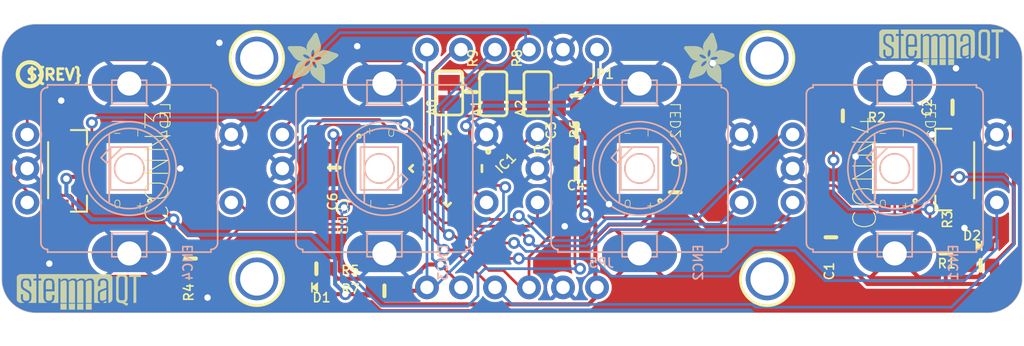
<source format=kicad_pcb>
(kicad_pcb (version 20221018) (generator pcbnew)
  (layers (0 "F.Cu" signal) (31 "B.Cu" signal) (34 "B.Paste" user) (35 "F.Paste" user) (36 "B.SilkS" user "B.Silkscreen") (37 "F.SilkS" user "F.Silkscreen") (38 "B.Mask" user) (39 "F.Mask" user) (44 "Edge.Cuts" user))
  (net 0 "")
  (net 1 "GND")
  (net 2 "NEO_IN")
  (net 3 "SDA")
  (net 4 "SCL")
  (net 5 "INT")
  (net 6 "VCC")
  (net 7 "N$1")
  (net 8 "N$2")
  (net 9 "N$3")
  (net 10 "N$4")
  (net 11 "UPDI")
  (net 12 "ROT3_A")
  (net 13 "ROT3_B")
  (net 14 "ROT2_A")
  (net 15 "ROT2_B")
  (net 16 "ROT2_SW")
  (net 17 "ROT1_A")
  (net 18 "ROT1_B")
  (net 19 "ROT1_SW")
  (net 20 "ROT0_A")
  (net 21 "ROT0_B")
  (net 22 "ROT0_SW")
  (net 23 "ADDR2")
  (net 24 "ADDR1")
  (net 25 "ADDR0")
  (net 26 "ROT3_SW")
  (net 27 "N$5")
  (net 28 "N$6")
  (net 29 "N$7")
  (net 30 "N$8")
  (footprint "working:PLABEL9" (layer "F.Cu") (at 157.3911 96.1136)
    (fp_text reference "PLABEL9" hide)
    (fp_text value "" hide)
  )
  (footprint "working:CHIPLED_0603_NOOUTLINE" (layer "F.Cu") (at 183.3626 110.7821 -90)
    (fp_text reference "D2")
    (fp_text value "GREEN")
  )
  (footprint "working:PLABEL10" (layer "F.Cu") (at 148.6281 97.1931 90)
    (fp_text reference "PLABEL10" hide)
    (fp_text value "" hide)
  )
  (footprint "working:JST_SH4_RA" (layer "F.Cu") (at 180.7591 105.1306 90)
    (fp_text reference "CONN4")
    (fp_text value "STEMMA_I2C_QTRA" hide)
  )
  (footprint "working:MOUNTINGHOLE_2.5_PLATED" (layer "F.Cu") (at 167.5511 96.7486)
    (fp_text reference "U$3" hide)
    (fp_text value "MOUNTINGHOLE2.5" hide)
  )
  (footprint "working:1X06_ROUND_70" (layer "F.Cu") (at 148.5011 96.1136 180)
    (fp_text reference "JP1")
    (fp_text value "")
  )
  (footprint "working:MOUNTINGHOLE_2.5_PLATED" (layer "F.Cu") (at 129.4511 113.2586)
    (fp_text reference "U$21" hide)
    (fp_text value "MOUNTINGHOLE2.5" hide)
  )
  (footprint "working:0603-NO" (layer "F.Cu") (at 172.3136 110.1471 -90)
    (fp_text reference "C1")
    (fp_text value "1uF")
  )
  (footprint "working:0603-NO" (layer "F.Cu") (at 138.9761 114.1476 180)
    (fp_text reference "R7")
    (fp_text value "10K")
  )
  (footprint "working:FIDUCIAL_1MM" (layer "F.Cu") (at 174.0281 95.8596)
    (fp_text reference "FID1" hide)
    (fp_text value "FIDUCIAL_1MM" hide)
  )
  (footprint "working:ADAFRUIT_3.5MM" (layer "F.Cu") (at 161.3281 98.6536)
    (fp_text reference "U$9" hide)
    (fp_text value "" hide)
  )
  (footprint "working:CHIPLED_0603_NOOUTLINE" (layer "F.Cu") (at 133.7691 113.8936 90)
    (fp_text reference "D1")
    (fp_text value "RED")
  )
  (footprint "working:PLABEL13" (layer "F.Cu") (at 152.1206 99.2886 90)
    (fp_text reference "PLABEL13" hide)
    (fp_text value "" hide)
  )
  (footprint "working:0603-NO" (layer "F.Cu") (at 153.3271 99.5426 -90)
    (fp_text reference "R6")
    (fp_text value "10K")
  )
  (footprint "working:0603-NO" (layer "F.Cu") (at 153.2636 105.3846 180)
    (fp_text reference "C4")
    (fp_text value "0.1uF")
  )
  (footprint "working:PLABEL7" (layer "F.Cu") (at 119.1006 100.6856)
    (fp_text reference "PLABEL7" hide)
    (fp_text value "" hide)
  )
  (footprint "working:FIDUCIAL_1MM" (layer "F.Cu") (at 111.9886 111.0361)
    (fp_text reference "FID2" hide)
    (fp_text value "FIDUCIAL_1MM" hide)
  )
  (footprint "working:PCBFEAT-REV-040" (layer "F.Cu") (at 112.4966 97.9551)
    (fp_text reference "U$25" hide)
    (fp_text value "" hide)
  )
  (footprint "working:0603-NO" (layer "F.Cu") (at 160.6931 106.7816 90)
    (fp_text reference "C7")
    (fp_text value "1uF")
  )
  (footprint "working:PLABEL6" (layer "F.Cu") (at 119.1006 95.6056)
    (fp_text reference "PLABEL6" hide)
    (fp_text value "" hide)
  )
  (footprint "working:JST_SH4_RA" (layer "F.Cu") (at 116.1161 105.1306 -90)
    (fp_text reference "CONN3")
    (fp_text value "STEMMA_I2C_QTRA" hide)
  )
  (footprint "working:PLABEL14" (layer "F.Cu") (at 148.1836 101.9556 90)
    (fp_text reference "PLABEL14" hide)
    (fp_text value "" hide)
  )
  (footprint "working:PLABEL11" (layer "F.Cu") (at 146.0881 97.1296 90)
    (fp_text reference "PLABEL11" hide)
    (fp_text value "" hide)
  )
  (footprint "working:0805-NO" (layer "F.Cu") (at 181.3941 100.4316 180)
    (fp_text reference "C2")
    (fp_text value "10uF")
  )
  (footprint "working:MOUNTINGHOLE_2.5_PLATED" (layer "F.Cu") (at 129.4511 96.7486)
    (fp_text reference "U$17" hide)
    (fp_text value "MOUNTINGHOLE2.5" hide)
  )
  (footprint "working:0603-NO" (layer "F.Cu") (at 145.4531 99.2886 90)
    (fp_text reference "R9")
    (fp_text value "10K")
  )
  (footprint "working:PLABEL15" (layer "F.Cu") (at 142.0241 100.3681 90)
    (fp_text reference "PLABEL15" hide)
    (fp_text value "" hide)
  )
  (footprint "working:0603-NO" (layer "F.Cu") (at 124.4981 111.7346 -90)
    (fp_text reference "R4")
    (fp_text value "10K")
  )
  (footprint "working:0603-NO" (layer "F.Cu") (at 180.8861 111.3536 90)
    (fp_text reference "R3")
    (fp_text value "10K")
  )
  (footprint "working:PLABEL16" (layer "F.Cu") (at 134.0231 114.9731)
    (fp_text reference "PLABEL16" hide)
    (fp_text value "" hide)
  )
  (footprint "working:MOUNTINGHOLE_2.5_PLATED" (layer "F.Cu") (at 167.5511 113.2586)
    (fp_text reference "U$19" hide)
    (fp_text value "MOUNTINGHOLE2.5" hide)
  )
  (footprint "working:0603-NO" (layer "F.Cu") (at 153.2636 103.7971 180)
    (fp_text reference "C5")
    (fp_text value "1uF")
  )
  (footprint "working:SOLDERJUMPER_CLOSEDWIRE" (layer "F.Cu") (at 147.1041 99.4156 90)
    (fp_text reference "A1")
    (fp_text value "")
  )
  (footprint "working:PLABEL8" (layer "F.Cu") (at 152.4381 97.4471)
    (fp_text reference "PLABEL8" hide)
    (fp_text value "" hide)
  )
  (footprint "working:PLABEL0" (layer "F.Cu") (at 154.5971 111.6076 90)
    (fp_text reference "PLABEL0" hide)
    (fp_text value "" hide)
  )
  (footprint "working:0805-NO" (layer "F.Cu") (at 153.3271 102.1461 180)
    (fp_text reference "C3")
    (fp_text value "10uF")
  )
  (footprint "working:SOLDERJUMPER_CLOSEDWIRE" (layer "F.Cu") (at 143.8021 99.3521 90)
    (fp_text reference "A0")
    (fp_text value "")
  )
  (footprint "working:PLABEL5" (layer "F.Cu") (at 182.5371 114.0206)
    (fp_text reference "PLABEL5" hide)
    (fp_text value "" hide)
  )
  (footprint "working:0603-NO" (layer "F.Cu") (at 148.7551 99.2886 90)
    (fp_text reference "R8")
    (fp_text value "10K")
  )
  (footprint "working:ADAFRUIT_3.5MM" (layer "F.Cu") (at 131.7371 98.6536)
    (fp_text reference "U$2" hide)
    (fp_text value "" hide)
  )
  (footprint "working:SOLDERJUMPER_CLOSEDWIRE" (layer "F.Cu") (at 150.4061 99.4156 90)
    (fp_text reference "A2")
    (fp_text value "")
  )
  (footprint "working:QFN24_4MM" (layer "F.Cu") (at 143.6751 105.0036 -135)
    (fp_text reference "IC1")
    (fp_text value "ATTINY8X7-MU")
  )
  (footprint "working:PLABEL1" (layer "F.Cu") (at 152.3746 112.3696)
    (fp_text reference "PLABEL1" hide)
    (fp_text value "" hide)
  )
  (footprint "working:STEMMAQT" (layer "F.Cu") (at 111.5441 115.5446)
    (fp_text reference "U$30" hide)
    (fp_text value "" hide)
  )
  (footprint "working:PLABEL4" (layer "F.Cu") (at 144.8181 112.3061)
    (fp_text reference "PLABEL4" hide)
    (fp_text value "" hide)
  )
  (footprint "working:0603-NO" (layer "F.Cu") (at 135.2296 104.9401 -90)
    (fp_text reference "C6")
    (fp_text value "1uF")
  )
  (footprint "working:0603-NO" (layer "F.Cu") (at 183.4896 112.2426 180)
    (fp_text reference "R1")
    (fp_text value "10K")
  )
  (footprint "working:STEMMAQT" (layer "F.Cu") (at 175.9331 97.2566)
    (fp_text reference "U$31" hide)
    (fp_text value "" hide)
  )
  (footprint "working:0603-NO" (layer "F.Cu") (at 133.8961 112.4966)
    (fp_text reference "R5")
    (fp_text value "10K")
  )
  (footprint "working:0603-NO" (layer "F.Cu") (at 173.2026 101.0666)
    (fp_text reference "R2")
    (fp_text value "10K")
  )
  (footprint "working:PLABEL2" (layer "F.Cu") (at 149.7711 112.2426 90)
    (fp_text reference "PLABEL2" hide)
    (fp_text value "" hide)
  )
  (footprint "working:PLABEL12" (layer "F.Cu") (at 143.6751 97.1296 90)
    (fp_text reference "PLABEL12" hide)
    (fp_text value "" hide)
  )
  (footprint "working:PLABEL3" (layer "F.Cu") (at 147.1041 112.2426 90)
    (fp_text reference "PLABEL3" hide)
    (fp_text value "" hide)
  )
  (footprint "working:NEO3535_REVERSE" (layer "B.Cu") (at 177.0761 105.0036 -90)
    (fp_text reference "LED1")
    (fp_text value "WS2812B_SK6812E" hide)
  )
  (footprint "working:PLABEL20" (layer "B.Cu") (at 146.9771 97.6376 180)
    (fp_text reference "PLABEL20" hide)
    (fp_text value "" hide)
  )
  (footprint "working:PLABEL29" (layer "B.Cu") (at 138.8491 114.0206 180)
    (fp_text reference "PLABEL29" hide)
    (fp_text value "" hide)
  )
  (footprint "working:1X06_ROUND_70" (layer "B.Cu") (at 148.5011 113.8936 180)
    (fp_text reference "JP5")
    (fp_text value "")
  )
  (footprint "working:PEC11+SWITCH" (layer "B.Cu") (at 119.9261 105.0036 90)
    (fp_text reference "ENC4")
    (fp_text value "")
  )
  (footprint "working:PLABEL24" (layer "B.Cu") (at 149.7711 112.2426 90)
    (fp_text reference "PLABEL24" hide)
    (fp_text value "" hide)
  )
  (footprint "working:NEO3535_REVERSE" (layer "B.Cu") (at 138.5951 105.0036 90)
    (fp_text reference "LED3")
    (fp_text value "WS2812B_SK6812E" hide)
  )
  (footprint "working:PLABEL27" (layer "B.Cu") (at 176.9491 114.1476 180)
    (fp_text reference "PLABEL27" hide)
    (fp_text value "" hide)
  )
  (footprint "working:PEC11+SWITCH" (layer "B.Cu") (at 138.9761 105.0036 90)
    (fp_text reference "ENC3")
    (fp_text value "")
  )
  (footprint "working:PLABEL19" (layer "B.Cu") (at 149.6441 97.7646 180)
    (fp_text reference "PLABEL19" hide)
    (fp_text value "" hide)
  )
  (footprint "working:PEC11+SWITCH" (layer "B.Cu") (at 158.0261 105.0036 90)
    (fp_text reference "ENC2")
    (fp_text value "")
  )
  (footprint "working:PLABEL26" (layer "B.Cu") (at 144.5641 112.3061 180)
    (fp_text reference "PLABEL26" hide)
    (fp_text value "" hide)
  )
  (footprint "working:PLABEL28" (layer "B.Cu") (at 158.0261 114.1476 180)
    (fp_text reference "PLABEL28" hide)
    (fp_text value "" hide)
  )
  (footprint "working:PLABEL32" (layer "B.Cu") (at 119.4181 95.9866 180)
    (fp_text reference "PLABEL32" hide)
    (fp_text value "" hide)
  )
  (footprint "working:NEO3535_REVERSE" (layer "B.Cu") (at 158.0261 105.0036 -90)
    (fp_text reference "LED2")
    (fp_text value "WS2812B_SK6812E" hide)
  )
  (footprint "working:PLABEL25" (layer "B.Cu") (at 147.3581 112.2426 90)
    (fp_text reference "PLABEL25" hide)
    (fp_text value "" hide)
  )
  (footprint "working:PEC11+SWITCH" (layer "B.Cu") (at 177.0761 105.0036 90)
    (fp_text reference "ENC1")
    (fp_text value "")
  )
  (footprint "working:PLABEL21" (layer "B.Cu") (at 144.3101 97.7011 180)
    (fp_text reference "PLABEL21" hide)
    (fp_text value "" hide)
  )
  (footprint "working:PLABEL31" (layer "B.Cu") (at 176.8221 95.7326 180)
    (fp_text reference "PLABEL31" hide)
    (fp_text value "" hide)
  )
  (footprint "working:PLABEL30" (layer "B.Cu") (at 119.7991 114.1476 180)
    (fp_text reference "PLABEL30" hide)
    (fp_text value "" hide)
  )
  (footprint "working:PLABEL22" (layer "B.Cu") (at 154.0891 112.3696 180)
    (fp_text reference "PLABEL22" hide)
    (fp_text value "" hide)
  )
  (footprint "working:PLABEL23" (layer "B.Cu") (at 152.1206 112.3696 180)
    (fp_text reference "PLABEL23" hide)
    (fp_text value "" hide)
  )
  (footprint "working:PLABEL18" (layer "B.Cu") (at 152.2476 97.6376 180)
    (fp_text reference "PLABEL18" hide)
    (fp_text value "" hide)
  )
  (footprint "working:PLABEL17" (layer "B.Cu") (at 154.2161 97.7646 180)
    (fp_text reference "PLABEL17" hide)
    (fp_text value "" hide)
  )
  (footprint "working:NEO3535_REVERSE" (layer "B.Cu") (at 119.9261 105.0036 -90)
    (fp_text reference "LED4")
    (fp_text value "WS2812B_SK6812E" hide)
  )
  (gr_arc (start 184.0611 94.2086) (mid 185.857151 94.952549) (end 186.6011 96.7486) (stroke (width 0.05)) (layer "Edge.Cuts"))
  (gr_line (start 110.4011 113.2586) (end 110.4011 96.7486) (stroke (width 0.05)) (layer "Edge.Cuts"))
  (gr_arc (start 186.6011 113.2586) (mid 185.857151 115.054651) (end 184.0611 115.7986) (stroke (width 0.05)) (layer "Edge.Cuts"))
  (gr_line (start 112.9411 94.2086) (end 184.0611 94.2086) (stroke (width 0.05)) (layer "Edge.Cuts"))
  (gr_line (start 184.0611 115.7986) (end 112.9411 115.7986) (stroke (width 0.05)) (layer "Edge.Cuts"))
  (gr_arc (start 112.9411 115.7986) (mid 111.145049 115.054651) (end 110.4011 113.2586) (stroke (width 0.05)) (layer "Edge.Cuts"))
  (gr_arc (start 110.4011 96.7486) (mid 111.145049 94.952549) (end 112.9411 94.2086) (stroke (width 0.05)) (layer "Edge.Cuts"))
  (gr_line (start 186.6011 96.7486) (end 186.6011 113.2586) (stroke (width 0.05)) (layer "Edge.Cuts"))
  (segment (start 145.266091 103.766166) (end 146.568657 102.4636) (width 0.254) (layer "F.Cu") (net 1))
  (segment (start 144.028657 105.0036) (end 143.6751 105.0036) (width 0.3048) (layer "F.Cu") (net 1))
  (segment (start 145.266091 103.766166) (end 144.028657 105.0036) (width 0.254) (layer "F.Cu") (net 1))
  (segment (start 146.568657 102.4636) (end 146.5961 102.4636) (width 0.3048) (layer "F.Cu") (net 1))
  (via (at 182.2831 109.4486) (size 0.889) (drill 0.4826) (layers "F.Cu" "B.Cu") (net 1))
  (via (at 163.4871 97.1296) (size 0.889) (drill 0.4826) (layers "F.Cu" "B.Cu") (net 1))
  (via (at 155.7401 107.6706) (size 0.889) (drill 0.4826) (layers "F.Cu" "B.Cu") (net 1))
  (via (at 123.7361 105.0036) (size 0.889) (drill 0.4826) (layers "F.Cu" "B.Cu") (net 1))
  (via (at 113.9571 112.1156) (size 0.889) (drill 0.4826) (layers "F.Cu" "B.Cu") (net 1))
  (via (at 174.1551 104.1146) (size 0.889) (drill 0.4826) (layers "F.Cu" "B.Cu") (net 1))
  (via (at 125.7681 114.6556) (size 0.889) (drill 0.4826) (layers "F.Cu" "B.Cu") (net 1))
  (via (at 126.6571 95.6056) (size 0.889) (drill 0.4826) (layers "F.Cu" "B.Cu") (net 1))
  (via (at 114.8461 99.9236) (size 0.889) (drill 0.4826) (layers "F.Cu" "B.Cu") (net 1))
  (via (at 160.5661 104.1146) (size 0.889) (drill 0.4826) (layers "F.Cu" "B.Cu") (net 1))
  (via (at 179.8701 102.4636) (size 0.889) (drill 0.4826) (layers "F.Cu" "B.Cu") (net 1))
  (via (at 136.9441 95.8596) (size 0.889) (drill 0.4826) (layers "F.Cu" "B.Cu") (net 1))
  (via (at 181.6481 97.5106) (size 0.889) (drill 0.4826) (layers "F.Cu" "B.Cu") (net 1))
  (via (at 152.4381 109.3216) (size 0.889) (drill 0.4826) (layers "F.Cu" "B.Cu") (net 1))
  (segment (start 154.8511 106.2736) (end 155.2321 105.8926) (width 0.2032) (layer "F.Cu") (net 2))
  (segment (start 164.2491 100.8126) (end 165.0111 100.0506) (width 0.2032) (layer "F.Cu") (net 2))
  (segment (start 155.2321 101.8286) (end 156.2481 100.8126) (width 0.2032) (layer "F.Cu") (net 2))
  (segment (start 155.2321 105.8926) (end 155.2321 101.8286) (width 0.2032) (layer "F.Cu") (net 2))
  (segment (start 177.3301 101.0666) (end 174.0526 101.0666) (width 0.2032) (layer "F.Cu") (net 2))
  (segment (start 165.0111 100.0506) (end 173.7741 100.0506) (width 0.2032) (layer "F.Cu") (net 2))
  (segment (start 174.0526 100.3291) (end 174.0526 101.0666) (width 0.2032) (layer "F.Cu") (net 2))
  (segment (start 145.9732 105.533928) (end 148.396429 105.533928) (width 0.2032) (layer "F.Cu") (net 2))
  (segment (start 156.2481 100.8126) (end 164.2491 100.8126) (width 0.2032) (layer "F.Cu") (net 2))
  (segment (start 177.8261 101.5626) (end 177.8261 102.3536) (width 0.2032) (layer "F.Cu") (net 2))
  (segment (start 173.7741 100.0506) (end 174.0526 100.3291) (width 0.2032) (layer "F.Cu") (net 2))
  (segment (start 148.396429 105.533928) (end 149.1361 106.2736) (width 0.2032) (layer "F.Cu") (net 2))
  (segment (start 177.8261 101.5626) (end 177.3301 101.0666) (width 0.2032) (layer "F.Cu") (net 2))
  (segment (start 149.1361 106.2736) (end 154.8511 106.2736) (width 0.2032) (layer "F.Cu") (net 2))
  (segment (start 147.2311 113.8936) (end 146.9771 113.8936) (width 0.2032) (layer "F.Cu") (net 3))
  (segment (start 115.6967 107.20435) (end 115.6967 111.5692) (width 0.2032) (layer "F.Cu") (net 3))
  (segment (start 142.084113 106.241034) (end 141.5669 106.758246) (width 0.2032) (layer "F.Cu") (net 3))
  (segment (start 124.5713 113.0584) (end 128.0541 109.5756) (width 0.2032) (layer "F.Cu") (net 3))
  (segment (start 115.51815 107.0258) (end 115.6967 107.20435) (width 0.2032) (layer "F.Cu") (net 3))
  (segment (start 114.2111 106.317275) (end 114.919625 107.0258) (width 0.2032) (layer "F.Cu") (net 3))
  (segment (start 141.6753 109.330737) (end 143.4338 111.089237) (width 0.2032) (layer "F.Cu") (net 3))
  (segment (start 124.4981 113.0584) (end 124.5713 113.0584) (width 0.2032) (layer "F.Cu") (net 3))
  (segment (start 114.919625 107.0258) (end 115.51815 107.0258) (width 0.2032) (layer "F.Cu") (net 3))
  (segment (start 128.0541 109.5756) (end 141.430438 109.5756) (width 0.2032) (layer "F.Cu") (net 3))
  (segment (start 141.5669 106.758246) (end 141.5669 109.222337) (width 0.2032) (layer "F.Cu") (net 3))
  (segment (start 141.5669 109.222337) (end 141.6753 109.330737) (width 0.2032) (layer "F.Cu") (net 3))
  (segment (start 114.2111 105.0036) (end 114.2111 106.317275) (width 0.2032) (layer "F.Cu") (net 3))
  (segment (start 124.4981 112.5846) (end 124.4981 113.0584) (width 0.2032) (layer "F.Cu") (net 3))
  (segment (start 117.0401 104.6306) (end 114.5841 104.6306) (width 0.2032) (layer "F.Cu") (net 3))
  (segment (start 114.5841 104.6306) (end 114.2111 105.0036) (width 0.2032) (layer "F.Cu") (net 3))
  (segment (start 181.9021 105.6386) (end 179.8431 105.6386) (width 0.2032) (layer "F.Cu") (net 3))
  (segment (start 143.4338 111.089237) (end 144.172738 111.089237) (width 0.2032) (layer "F.Cu") (net 3))
  (segment (start 179.8431 105.6386) (end 179.8351 105.6306) (width 0.2032) (layer "F.Cu") (net 3))
  (segment (start 141.430438 109.5756) (end 141.6753 109.330737) (width 0.2032) (layer "F.Cu") (net 3))
  (segment (start 117.1859 113.0584) (end 124.4981 113.0584) (width 0.2032) (layer "F.Cu") (net 3))
  (segment (start 146.9771 113.8936) (end 144.172738 111.089237) (width 0.2032) (layer "F.Cu") (net 3))
  (segment (start 115.6967 111.5692) (end 117.1859 113.0584) (width 0.2032) (layer "F.Cu") (net 3))
  (via (at 181.9021 105.6386) (size 0.889) (drill 0.4826) (layers "F.Cu" "B.Cu") (net 3))
  (via (at 143.4338 111.089237) (size 0.889) (drill 0.4826) (layers "F.Cu" "B.Cu") (net 3))
  (segment (start 143.4338 111.089237) (end 142.9639 110.619337) (width 0.2032) (layer "B.Cu") (net 3))
  (segment (start 147.2311 96.1136) (end 142.9639 100.3808) (width 0.2032) (layer "B.Cu") (net 3))
  (segment (start 185.9661 106.4006) (end 185.2041 105.6386) (width 0.2032) (layer "B.Cu") (net 3))
  (segment (start 166.673956 115.3762) (end 181.3085 115.3762) (width 0.2032) (layer "B.Cu") (net 3))
  (segment (start 185.2041 105.6386) (end 181.9021 105.6386) (width 0.2032) (layer "B.Cu") (net 3))
  (segment (start 185.9661 110.7186) (end 185.9661 106.4006) (width 0.2032) (layer "B.Cu") (net 3))
  (segment (start 147.2311 113.8936) (end 148.5011 115.1636) (width 0.2032) (layer "B.Cu") (net 3))
  (segment (start 166.461356 115.1636) (end 166.673956 115.3762) (width 0.2032) (layer "B.Cu") (net 3))
  (segment (start 148.5011 115.1636) (end 166.461356 115.1636) (width 0.2032) (layer "B.Cu") (net 3))
  (segment (start 142.9639 100.3808) (end 142.9639 110.619337) (width 0.2032) (layer "B.Cu") (net 3))
  (segment (start 181.3085 115.3762) (end 185.9661 110.7186) (width 0.2032) (layer "B.Cu") (net 3))
  (segment (start 152.7937 106.68) (end 155.019437 106.68) (width 0.2032) (layer "F.Cu") (net 4))
  (segment (start 141.9733 107.058953) (end 142.437666 106.594587) (width 0.2032) (layer "F.Cu") (net 4))
  (segment (start 151.6761 109.7026) (end 151.6761 107.7976) (width 0.2032) (layer "F.Cu") (net 4))
  (segment (start 151.6761 109.7026) (end 149.7711 111.6076) (width 0.2032) (layer "F.Cu") (net 4))
  (segment (start 179.7081 108.0516) (end 179.8351 107.9246) (width 0.2032) (layer "F.Cu") (net 4))
  (segment (start 144.089469 109.923231) (end 146.789838 112.6236) (width 0.2032) (layer "F.Cu") (net 4))
  (segment (start 165.7477 100.457) (end 169.7355 100.457) (width 0.2032) (layer "F.Cu") (net 4))
  (segment (start 155.6385 101.996938) (end 156.416437 101.219) (width 0.2032) (layer "F.Cu") (net 4))
  (segment (start 143.790263 109.968437) (end 143.649738 109.968437) (width 0.2032) (layer "F.Cu") (net 4))
  (segment (start 156.416437 101.219) (end 164.9857 101.219) (width 0.2032) (layer "F.Cu") (net 4))
  (segment (start 117.1321 103.5386) (end 117.0401 103.6306) (width 0.2032) (layer "F.Cu") (net 4))
  (segment (start 143.649738 109.968437) (end 143.604532 109.923231) (width 0.2032) (layer "F.Cu") (net 4))
  (segment (start 180.8861 110.5036) (end 179.7081 109.3256) (width 0.2032) (layer "F.Cu") (net 4))
  (segment (start 179.8351 106.6306) (end 179.8351 107.9246) (width 0.2032) (layer "F.Cu") (net 4))
  (segment (start 141.9733 108.292) (end 141.9733 107.058953) (width 0.2032) (layer "F.Cu") (net 4))
  (segment (start 149.1361 113.8936) (end 147.8661 112.6236) (width 0.2032) (layer "F.Cu") (net 4))
  (segment (start 155.6385 106.060937) (end 155.6385 101.996938) (width 0.2032) (layer "F.Cu") (net 4))
  (segment (start 149.1361 113.8936) (end 149.7711 113.8936) (width 0.2032) (layer "F.Cu") (net 4))
  (segment (start 155.019437 106.68) (end 155.6385 106.060937) (width 0.2032) (layer "F.Cu") (net 4))
  (segment (start 143.604532 109.923231) (end 144.089469 109.923231) (width 0.2032) (layer "F.Cu") (net 4))
  (segment (start 141.9733 108.292) (end 143.604532 109.923231) (width 0.2032) (layer "F.Cu") (net 4))
  (segment (start 169.7355 100.457) (end 172.5041 103.2256) (width 0.2032) (layer "F.Cu") (net 4))
  (segment (start 151.6761 107.7976) (end 152.7937 106.68) (width 0.2032) (layer "F.Cu") (net 4))
  (segment (start 117.1321 101.5746) (end 117.1321 103.5386) (width 0.2032) (layer "F.Cu") (net 4))
  (segment (start 149.7711 113.8936) (end 149.7711 111.6076) (width 0.2032) (layer "F.Cu") (net 4))
  (segment (start 164.9857 101.219) (end 165.7477 100.457) (width 0.2032) (layer "F.Cu") (net 4))
  (segment (start 172.5041 103.2256) (end 172.5041 104.3686) (width 0.2032) (layer "F.Cu") (net 4))
  (segment (start 179.7081 109.3256) (end 179.7081 108.0516) (width 0.2032) (layer "F.Cu") (net 4))
  (segment (start 147.8661 112.6236) (end 146.789838 112.6236) (width 0.2032) (layer "F.Cu") (net 4))
  (via (at 143.790263 109.968437) (size 0.889) (drill 0.4826) (layers "F.Cu" "B.Cu") (net 4))
  (via (at 172.5041 104.3686) (size 0.889) (drill 0.4826) (layers "F.Cu" "B.Cu") (net 4))
  (via (at 117.1321 101.5746) (size 0.889) (drill 0.4826) (layers "F.Cu" "B.Cu") (net 4))
  (via (at 179.7081 108.0516) (size 0.889) (drill 0.4826) (layers "F.Cu" "B.Cu") (net 4))
  (segment (start 146.736607 97.3074) (end 147.725594 97.3074) (width 0.2032) (layer "B.Cu") (net 4))
  (segment (start 143.790263 109.968437) (end 143.3703 109.548475) (width 0.2032) (layer "B.Cu") (net 4))
  (segment (start 148.919393 96.1136) (end 149.5171 96.1136) (width 0.2032) (layer "B.Cu") (net 4))
  (segment (start 172.5041 104.3686) (end 172.5041 106.9086) (width 0.2032) (layer "B.Cu") (net 4))
  (segment (start 117.5131 101.1936) (end 129.3241 101.1936) (width 0.2032) (layer "B.Cu") (net 4))
  (segment (start 135.6741 94.8436) (end 149.5171 94.8436) (width 0.2032) (layer "B.Cu") (net 4))
  (segment (start 149.5171 96.1136) (end 149.7711 96.1136) (width 0.2032) (layer "B.Cu") (net 4))
  (segment (start 143.3703 100.549138) (end 146.674322 97.245116) (width 0.2032) (layer "B.Cu") (net 4))
  (segment (start 146.674322 97.245116) (end 146.736607 97.3074) (width 0.2032) (layer "B.Cu") (net 4))
  (segment (start 129.3241 101.1936) (end 135.6741 94.8436) (width 0.2032) (layer "B.Cu") (net 4))
  (segment (start 117.1321 101.5746) (end 117.5131 101.1936) (width 0.2032) (layer "B.Cu") (net 4))
  (segment (start 172.5041 106.9086) (end 173.6471 108.0516) (width 0.2032) (layer "B.Cu") (net 4))
  (segment (start 173.6471 108.0516) (end 179.7081 108.0516) (width 0.2032) (layer "B.Cu") (net 4))
  (segment (start 147.725594 97.3074) (end 148.919393 96.1136) (width 0.2032) (layer "B.Cu") (net 4))
  (segment (start 149.5171 94.8436) (end 149.5171 96.1136) (width 0.2032) (layer "B.Cu") (net 4))
  (segment (start 143.3703 109.548475) (end 143.3703 100.549138) (width 0.2032) (layer "B.Cu") (net 4))
  (segment (start 144.1831 96.1136) (end 142.5889 97.7078) (width 0.2032) (layer "F.Cu") (net 5))
  (segment (start 134.7461 112.4966) (end 135.4961 113.2466) (width 0.3048) (layer "F.Cu") (net 5))
  (segment (start 142.487132 102.754972) (end 142.791219 103.05906) (width 0.2032) (layer "F.Cu") (net 5))
  (segment (start 142.487132 101.873569) (end 142.487132 102.754972) (width 0.2032) (layer "F.Cu") (net 5))
  (segment (start 143.1671 112.181437) (end 144.6911 113.705437) (width 0.2032) (layer "F.Cu") (net 5))
  (segment (start 142.103132 112.181437) (end 143.1671 112.181437) (width 0.3048) (layer "F.Cu") (net 5))
  (segment (start 142.5889 97.7078) (end 142.5889 101.7718) (width 0.2032) (layer "F.Cu") (net 5))
  (segment (start 141.037969 113.2466) (end 142.103132 112.181437) (width 0.3048) (layer "F.Cu") (net 5))
  (segment (start 142.5889 101.7718) (end 142.487132 101.873569) (width 0.2032) (layer "F.Cu") (net 5))
  (segment (start 135.4961 113.2466) (end 141.037969 113.2466) (width 0.3048) (layer "F.Cu") (net 5))
  (segment (start 144.6911 113.705437) (end 144.6911 113.8936) (width 0.2032) (layer "F.Cu") (net 5))
  (segment (start 144.1831 96.1136) (end 144.6911 96.1136) (width 0.2032) (layer "F.Cu") (net 5))
  (via (at 143.1671 112.181437) (size 0.889) (drill 0.4826) (layers "F.Cu" "B.Cu") (net 5))
  (segment (start 144.6911 96.1136) (end 144.3101 96.1136) (width 0.2032) (layer "B.Cu") (net 5))
  (segment (start 142.5575 111.76) (end 142.978938 112.181437) (width 0.2032) (layer "B.Cu") (net 5))
  (segment (start 142.978938 112.181437) (end 143.1671 112.181437) (width 0.2032) (layer "B.Cu") (net 5))
  (segment (start 144.3101 96.1136) (end 142.5575 97.8662) (width 0.2032) (layer "B.Cu") (net 5))
  (segment (start 142.5575 97.8662) (end 142.5575 111.76) (width 0.2032) (layer "B.Cu") (net 5))
  (segment (start 123.2281 109.6146) (end 123.2281 108.8136) (width 0.3048) (layer "F.Cu") (net 6))
  (segment (start 173.6471 112.2426) (end 175.0441 113.6396) (width 0.3048) (layer "F.Cu") (net 6))
  (segment (start 138.1261 114.1476) (end 138.1261 114.3626) (width 0.3048) (layer "F.Cu") (net 6))
  (segment (start 138.8881 115.1636) (end 154.2161 115.1636) (width 0.3048) (layer "F.Cu") (net 6))
  (segment (start 135.2931 102.4636) (end 135.6741 102.8446) (width 0.3048) (layer "F.Cu") (net 6))
  (segment (start 135.2931 114.4016) (end 134.7851 113.8936) (width 0.3048) (layer "F.Cu") (net 6))
  (segment (start 144.912538 103.412613) (end 145.3405 102.98465) (width 0.254) (layer "F.Cu") (net 6))
  (segment (start 154.2161 115.1636) (end 154.8511 114.5286) (width 0.3048) (layer "F.Cu") (net 6))
  (segment (start 136.1651 102.3536) (end 135.6741 102.8446) (width 0.3048) (layer "F.Cu") (net 6))
  (segment (start 180.8861 112.2036) (end 180.8861 113.3856) (width 0.3048) (layer "F.Cu") (net 6))
  (segment (start 154.1136 103.7971) (end 154.2771 103.7971) (width 0.3048) (layer "F.Cu") (net 6))
  (segment (start 158.7761 108.5716) (end 158.7761 107.6536) (width 0.3048) (layer "F.Cu") (net 6))
  (segment (start 154.2771 102.1461) (end 154.8511 101.5721) (width 0.3048) (layer "F.Cu") (net 6))
  (segment (start 185.9661 105.5116) (end 185.9661 110.6161) (width 0.3048) (layer "F.Cu") (net 6))
  (segment (start 123.2281 108.8136) (end 122.0681 107.6536) (width 0.3048) (layer "F.Cu") (net 6))
  (segment (start 177.8261 108.5716) (end 177.8261 107.6536) (width 0.3048) (layer "F.Cu") (net 6))
  (segment (start 154.8511 96.1136) (end 154.8511 101.5721) (width 0.3048) (layer "F.Cu") (net 6))
  (segment (start 158.1531 109.1946) (end 158.7761 108.5716) (width 0.3048) (layer "F.Cu") (net 6))
  (segment (start 154.8511 113.8936) (end 154.7241 113.7666) (width 0.3048) (layer "F.Cu") (net 6))
  (segment (start 154.1136 103.7971) (end 154.1136 105.3846) (width 0.3048) (layer "F.Cu") (net 6))
  (segment (start 145.3405 102.98465) (end 145.3405 101.8286) (width 0.254) (layer "F.Cu") (net 6))
  (segment (start 154.8511 114.5286) (end 154.8511 113.8936) (width 0.3048) (layer "F.Cu") (net 6))
  (segment (start 138.1261 114.3626) (end 138.0871 114.4016) (width 0.3048) (layer "F.Cu") (net 6))
  (segment (start 181.1401 113.6396) (end 183.8071 113.6396) (width 0.3048) (layer "F.Cu") (net 6))
  (segment (start 155.7401 109.1946) (end 158.1531 109.1946) (width 0.3048) (layer "F.Cu") (net 6))
  (segment (start 124.4981 110.8846) (end 123.2281 109.6146) (width 0.3048) (layer "F.Cu") (net 6))
  (segment (start 158.7761 107.6536) (end 160.6711 107.6536) (width 0.3048) (layer "F.Cu") (net 6))
  (segment (start 185.0851 104.6306) (end 185.9661 105.5116) (width 0.3048) (layer "F.Cu") (net 6))
  (segment (start 173.6471 109.5511) (end 173.6471 112.2426) (width 0.3048) (layer "F.Cu") (net 6))
  (segment (start 153.9621 108.4326) (end 154.7241 109.1946) (width 0.3048) (layer "F.Cu") (net 6))
  (segment (start 180.8861 113.3856) (end 181.1401 113.6396) (width 0.3048) (layer "F.Cu") (net 6))
  (segment (start 135.2296 103.2891) (end 135.2296 104.0901) (width 0.3048) (layer "F.Cu") (net 6))
  (segment (start 175.0441 113.6396) (end 181.1401 113.6396) (width 0.3048) (layer "F.Cu") (net 6))
  (segment (start 154.2771 102.1461) (end 154.2771 103.7971) (width 0.3048) (layer "F.Cu") (net 6))
  (segment (start 162.9791 109.3216) (end 161.2891 107.6316) (width 0.3048) (layer "F.Cu") (net 6))
  (segment (start 179.8351 104.6306) (end 185.0851 104.6306) (width 0.3048) (layer "F.Cu") (net 6))
  (segment (start 154.7241 110.2106) (end 155.7401 109.1946) (width 0.3048) (layer "F.Cu") (net 6))
  (segment (start 176.9246 109.3216) (end 162.9791 109.3216) (width 0.3048) (layer "F.Cu") (net 6))
  (segment (start 138.1261 114.1476) (end 138.1261 114.4016) (width 0.3048) (layer "F.Cu") (net 6))
  (segment (start 145.3405 101.8286) (end 145.0721 101.8286) (width 0.3048) (layer "F.Cu") (net 6))
  (segment (start 138.8881 115.1636) (end 138.1261 114.4016) (width 0.3048) (layer "F.Cu") (net 6))
  (segment (start 185.5851 100.4316) (end 185.9661 100.8126) (width 0.3048) (layer "F.Cu") (net 6))
  (segment (start 135.2931 114.4016) (end 136.0551 114.4016) (width 0.3048) (layer "F.Cu") (net 6))
  (segment (start 173.3931 109.2971) (end 176.9491 109.2971) (width 0.3048) (layer "F.Cu") (net 6))
  (segment (start 154.7241 109.1946) (end 154.7241 110.2106) (width 0.3048) (layer "F.Cu") (net 6))
  (segment (start 137.8451 102.3536) (end 136.1651 102.3536) (width 0.3048) (layer "F.Cu") (net 6))
  (segment (start 173.3931 109.2971) (end 173.6471 109.5511) (width 0.3048) (layer "F.Cu") (net 6))
  (segment (start 160.6931 107.6316) (end 161.2891 107.6316) (width 0.3048) (layer "F.Cu") (net 6))
  (segment (start 160.6711 107.6536) (end 160.6931 107.6316) (width 0.3048) (layer "F.Cu") (net 6))
  (segment (start 115.3621 105.6306) (end 117.0401 105.6306) (width 0.3048) (layer "F.Cu") (net 6))
  (segment (start 122.0681 107.6536) (end 120.6761 107.6536) (width 0.3048) (layer "F.Cu") (net 6))
  (segment (start 176.9491 109.2971) (end 177.1006 109.2971) (width 0.3048) (layer "F.Cu") (net 6))
  (segment (start 134.7851 113.8936) (end 134.5191 113.8936) (width 0.3048) (layer "F.Cu") (net 6))
  (segment (start 154.7241 113.7666) (end 154.7241 110.2106) (width 0.3048) (layer "F.Cu") (net 6))
  (segment (start 135.6741 102.8446) (end 135.2296 103.2891) (width 0.3048) (layer "F.Cu") (net 6))
  (segment (start 115.2271 105.7656) (end 115.3621 105.6306) (width 0.3048) (layer "F.Cu") (net 6))
  (segment (start 176.9491 109.2971) (end 176.9246 109.3216) (width 0.3048) (layer "F.Cu") (net 6))
  (segment (start 184.3396 113.1071) (end 184.3396 112.2426) (width 0.3048) (layer "F.Cu") (net 6))
  (segment (start 135.1661 102.4636) (end 135.2931 102.4636) (width 0.3048) (layer "F.Cu") (net 6))
  (segment (start 138.0871 114.4016) (end 136.0551 114.4016) (width 0.3048) (layer "F.Cu") (net 6))
  (segment (start 177.1006 109.2971) (end 177.8261 108.5716) (width 0.3048) (layer "F.Cu") (net 6))
  (segment (start 185.9661 100.8126) (end 185.9661 105.5116) (width 0.3048) (layer "F.Cu") (net 6))
  (segment (start 183.8071 113.6396) (end 184.3396 113.1071) (width 0.3048) (layer "F.Cu") (net 6))
  (segment (start 182.3441 100.4316) (end 185.5851 100.4316) (width 0.3048) (layer "F.Cu") (net 6))
  (segment (start 185.9661 110.6161) (end 184.3396 112.2426) (width 0.3048) (layer "F.Cu") (net 6))
  (segment (start 172.3136 109.2971) (end 173.3931 109.2971) (width 0.3048) (layer "F.Cu") (net 6))
  (via (at 145.0721 101.8286) (size 0.889) (drill 0.4826) (layers "F.Cu" "B.Cu") (net 6))
  (via (at 136.0551 114.4016) (size 0.889) (drill 0.4826) (layers "F.Cu" "B.Cu") (net 6))
  (via (at 135.1661 102.4636) (size 0.889) (drill 0.4826) (layers "F.Cu" "B.Cu") (net 6))
  (via (at 123.2281 108.8136) (size 0.889) (drill 0.4826) (layers "F.Cu" "B.Cu") (net 6))
  (via (at 115.2271 105.7656) (size 0.889) (drill 0.4826) (layers "F.Cu" "B.Cu") (net 6))
  (via (at 153.9621 108.4326) (size 0.889) (drill 0.4826) (layers "F.Cu" "B.Cu") (net 6))
  (segment (start 154.8511 98.1456) (end 154.8511 96.1136) (width 0.3048) (layer "B.Cu") (net 6))
  (segment (start 145.0721 101.8286) (end 145.0721 101.5746) (width 0.3048) (layer "B.Cu") (net 6))
  (segment (start 135.2931 111.7346) (end 135.2931 113.6396) (width 0.3048) (layer "B.Cu") (net 6))
  (segment (start 146.3421 100.3046) (end 151.4221 100.3046) (width 0.3048) (layer "B.Cu") (net 6))
  (segment (start 135.1661 111.6076) (end 133.5151 109.9566) (width 0.3048) (layer "B.Cu") (net 6))
  (segment (start 123.2281 108.8136) (end 117.1321 108.8136) (width 0.3048) (layer "B.Cu") (net 6))
  (segment (start 136.0551 114.4016) (end 135.2931 113.6396) (width 0.3048) (layer "B.Cu") (net 6))
  (segment (start 135.1661 111.6076) (end 135.1661 102.4636) (width 0.3048) (layer "B.Cu") (net 6))
  (segment (start 151.4221 100.3046) (end 153.7081 102.5906) (width 0.3048) (layer "B.Cu") (net 6))
  (segment (start 135.2931 111.7346) (end 135.1661 111.6076) (width 0.3048) (layer "B.Cu") (net 6))
  (segment (start 117.1321 108.8136) (end 115.2271 106.9086) (width 0.3048) (layer "B.Cu") (net 6))
  (segment (start 133.5151 109.9566) (end 124.3711 109.9566) (width 0.3048) (layer "B.Cu") (net 6))
  (segment (start 124.3711 109.9566) (end 123.2281 108.8136) (width 0.3048) (layer "B.Cu") (net 6))
  (segment (start 152.6921 100.3046) (end 154.8511 98.1456) (width 0.3048) (layer "B.Cu") (net 6))
  (segment (start 153.7081 108.1786) (end 153.9621 108.4326) (width 0.3048) (layer "B.Cu") (net 6))
  (segment (start 151.4221 100.3046) (end 152.6921 100.3046) (width 0.3048) (layer "B.Cu") (net 6))
  (segment (start 146.3421 100.3046) (end 145.0721 101.5746) (width 0.3048) (layer "B.Cu") (net 6))
  (segment (start 115.2271 106.9086) (end 115.2271 105.7656) (width 0.3048) (layer "B.Cu") (net 6))
  (segment (start 153.7081 102.5906) (end 153.7081 108.1786) (width 0.3048) (layer "B.Cu") (net 6))
  (segment (start 182.6126 110.7821) (end 182.6126 112.2156) (width 0.3048) (layer "F.Cu") (net 7))
  (segment (start 182.6396 112.2426) (end 182.6126 112.2156) (width 0.3048) (layer "F.Cu") (net 7))
  (segment (start 172.6311 106.2736) (end 174.0111 107.6536) (width 0.2032) (layer "F.Cu") (net 8))
  (segment (start 174.0111 107.6536) (end 176.3261 107.6536) (width 0.2032) (layer "F.Cu") (net 8))
  (segment (start 158.7761 102.3536) (end 161.8531 102.3536) (width 0.2032) (layer "F.Cu") (net 8))
  (segment (start 165.7731 106.2736) (end 172.6311 106.2736) (width 0.2032) (layer "F.Cu") (net 8))
  (segment (start 161.8531 102.3536) (end 165.7731 106.2736) (width 0.2032) (layer "F.Cu") (net 8))
  (segment (start 153.5981 107.6536) (end 154.3261 107.6536) (width 0.2032) (layer "F.Cu") (net 9))
  (segment (start 153.5811 112.4966) (end 153.2001 112.1156) (width 0.2032) (layer "F.Cu") (net 9))
  (segment (start 153.2001 108.0516) (end 153.5981 107.6536) (width 0.2032) (layer "F.Cu") (net 9))
  (segment (start 157.2761 108.2936) (end 157.2761 107.6536) (width 0.2032) (layer "F.Cu") (net 9))
  (segment (start 154.3261 107.6536) (end 155.3591 108.6866) (width 0.2032) (layer "F.Cu") (net 9))
  (segment (start 153.2001 112.1156) (end 153.2001 108.0516) (width 0.2032) (layer "F.Cu") (net 9))
  (segment (start 156.8831 108.6866) (end 157.2761 108.2936) (width 0.2032) (layer "F.Cu") (net 9))
  (segment (start 136.2372 107.6536) (end 135.9662 107.9246) (width 0.2032) (layer "F.Cu") (net 9))
  (segment (start 137.8451 107.6536) (end 136.2372 107.6536) (width 0.2032) (layer "F.Cu") (net 9))
  (segment (start 155.3591 108.6866) (end 156.8831 108.6866) (width 0.2032) (layer "F.Cu") (net 9))
  (via (at 135.9662 107.9246) (size 0.889) (drill 0.4826) (layers "F.Cu" "B.Cu") (net 9))
  (via (at 153.5811 112.4966) (size 0.889) (drill 0.4826) (layers "F.Cu" "B.Cu") (net 9))
  (segment (start 145.9611 113.0046) (end 145.9611 114.5286) (width 0.2032) (layer "B.Cu") (net 9))
  (segment (start 153.5811 112.4966) (end 146.4691 112.4966) (width 0.2032) (layer "B.Cu") (net 9))
  (segment (start 146.4691 112.4966) (end 145.9611 113.0046) (width 0.2032) (layer "B.Cu") (net 9))
  (segment (start 145.1991 115.2906) (end 138.7221 115.2906) (width 0.2032) (layer "B.Cu") (net 9))
  (segment (start 138.7221 115.2906) (end 135.8011 112.3696) (width 0.2032) (layer "B.Cu") (net 9))
  (segment (start 135.9662 107.9246) (end 135.8011 108.0897) (width 0.2032) (layer "B.Cu") (net 9))
  (segment (start 135.8011 108.0897) (end 135.8011 112.3696) (width 0.2032) (layer "B.Cu") (net 9))
  (segment (start 145.9611 114.5286) (end 145.1991 115.2906) (width 0.2032) (layer "B.Cu") (net 9))
  (segment (start 139.3451 102.096) (end 138.5951 101.346) (width 0.2032) (layer "F.Cu") (net 10))
  (segment (start 139.3451 102.3536) (end 139.3451 102.096) (width 0.2032) (layer "F.Cu") (net 10))
  (segment (start 138.5951 101.346) (end 134.3787 101.346) (width 0.2032) (layer "F.Cu") (net 10))
  (segment (start 134.3787 101.346) (end 131.9911 103.7336) (width 0.2032) (layer "F.Cu") (net 10))
  (segment (start 131.9911 103.7336) (end 125.3871 103.7336) (width 0.2032) (layer "F.Cu") (net 10))
  (segment (start 124.0071 102.3536) (end 120.6761 102.3536) (width 0.2032) (layer "F.Cu") (net 10))
  (segment (start 125.3871 103.7336) (end 124.0071 102.3536) (width 0.2032) (layer "F.Cu") (net 10))
  (segment (start 147.8661 106.2736) (end 147.9931 106.4006) (width 0.2032) (layer "F.Cu") (net 11))
  (segment (start 145.619644 105.887481) (end 146.005763 106.2736) (width 0.2032) (layer "F.Cu") (net 11))
  (segment (start 141.8971 114.1476) (end 142.1511 113.8936) (width 0.3048) (layer "F.Cu") (net 11))
  (segment (start 146.005763 106.2736) (end 147.8661 106.2736) (width 0.2032) (layer "F.Cu") (net 11))
  (segment (start 141.8971 114.1476) (end 139.8261 114.1476) (width 0.3048) (layer "F.Cu") (net 11))
  (via (at 147.9931 106.4006) (size 0.889) (drill 0.4826) (layers "F.Cu" "B.Cu") (net 11))
  (segment (start 145.3261 110.4646) (end 146.4691 109.3216) (width 0.2032) (layer "B.Cu") (net 11))
  (segment (start 147.8661 106.5276) (end 147.8661 108.1786) (width 0.2032) (layer "B.Cu") (net 11))
  (segment (start 142.1511 113.8936) (end 142.696394 113.8936) (width 0.2032) (layer "B.Cu") (net 11))
  (segment (start 146.4691 109.3216) (end 146.7231 109.3216) (width 0.2032) (layer "B.Cu") (net 11))
  (segment (start 142.1511 96.1136) (end 142.1511 113.8936) (width 0.2032) (layer "B.Cu") (net 11))
  (segment (start 142.696394 113.8936) (end 145.3261 111.263893) (width 0.2032) (layer "B.Cu") (net 11))
  (segment (start 146.7231 109.3216) (end 147.8661 108.1786) (width 0.2032) (layer "B.Cu") (net 11))
  (segment (start 147.8661 106.5276) (end 147.9931 106.4006) (width 0.2032) (layer "B.Cu") (net 11))
  (segment (start 145.3261 111.263893) (end 145.3261 110.4646) (width 0.2032) (layer "B.Cu") (net 11))
  (segment (start 142.080732 101.705232) (end 142.080732 103.055679) (width 0.2032) (layer "F.Cu") (net 12))
  (segment (start 134.500969 99.064732) (end 136.6169 96.9488) (width 0.2032) (layer "F.Cu") (net 12))
  (segment (start 142.0809 99.359757) (end 142.0809 101.705063) (width 0.2032) (layer "F.Cu") (net 12))
  (segment (start 127.896969 99.064732) (end 134.500969 99.064732) (width 0.2032) (layer "F.Cu") (net 12))
  (segment (start 115.058763 96.4692) (end 125.301438 96.4692) (width 0.2032) (layer "F.Cu") (net 12))
  (segment (start 112.3061 106.70745) (end 111.1013 105.50265) (width 0.2032) (layer "F.Cu") (net 12))
  (segment (start 112.3061 107.5436) (end 112.3061 106.70745) (width 0.2032) (layer "F.Cu") (net 12))
  (segment (start 142.0809 99.1616) (end 142.0809 99.359757) (width 0.2032) (layer "F.Cu") (net 12))
  (segment (start 111.1013 100.426663) (end 115.058763 96.4692) (width 0.2032) (layer "F.Cu") (net 12))
  (segment (start 136.6169 96.9488) (end 141.082257 96.9488) (width 0.2032) (layer "F.Cu") (net 12))
  (segment (start 141.082257 96.9488) (end 142.0809 97.947444) (width 0.2032) (layer "F.Cu") (net 12))
  (segment (start 111.1013 105.50265) (end 111.1013 100.426663) (width 0.2032) (layer "F.Cu") (net 12))
  (segment (start 142.080732 103.055679) (end 142.437666 103.412613) (width 0.2032) (layer "F.Cu") (net 12))
  (segment (start 125.301438 96.4692) (end 127.896969 99.064732) (width 0.2032) (layer "F.Cu") (net 12))
  (segment (start 142.0809 101.705063) (end 142.080732 101.705232) (width 0.2032) (layer "F.Cu") (net 12))
  (segment (start 142.0809 97.947444) (end 142.0809 99.1616) (width 0.2032) (layer "F.Cu") (net 12))
  (segment (start 128.6891 100.4316) (end 141.2935 100.4316) (width 0.2032) (layer "F.Cu") (net 13))
  (segment (start 141.674332 103.278322) (end 142.084113 103.688104) (width 0.2032) (layer "F.Cu") (net 13))
  (segment (start 141.674332 101.536894) (end 141.674332 103.278322) (width 0.2032) (layer "F.Cu") (net 13))
  (segment (start 112.3061 99.7966) (end 115.2271 96.8756) (width 0.2032) (layer "F.Cu") (net 13))
  (segment (start 112.3061 102.4636) (end 112.3061 99.7966) (width 0.2032) (layer "F.Cu") (net 13))
  (segment (start 125.1331 96.8756) (end 128.6891 100.4316) (width 0.2032) (layer "F.Cu") (net 13))
  (segment (start 115.2271 96.8756) (end 125.1331 96.8756) (width 0.2032) (layer "F.Cu") (net 13))
  (segment (start 142.084113 103.688104) (end 142.084113 103.766166) (width 0.2032) (layer "F.Cu") (net 13))
  (segment (start 141.2935 100.4316) (end 141.6745 100.8126) (width 0.2032) (layer "F.Cu") (net 13))
  (segment (start 141.6745 101.536725) (end 141.674332 101.536894) (width 0.2032) (layer "F.Cu") (net 13))
  (segment (start 141.6745 100.8126) (end 141.6745 101.536725) (width 0.2032) (layer "F.Cu") (net 13))
  (segment (start 140.843 101.983488) (end 140.5636 101.704088) (width 0.2032) (layer "F.Cu") (net 14))
  (segment (start 140.843 103.939269) (end 141.377004 104.473272) (width 0.2032) (layer "F.Cu") (net 14))
  (segment (start 140.5128 101.704088) (end 140.5636 101.704088) (width 0.2032) (layer "F.Cu") (net 14))
  (segment (start 140.843 101.983488) (end 140.843 103.939269) (width 0.2032) (layer "F.Cu") (net 14))
  (via (at 140.5128 101.704088) (size 0.889) (drill 0.4826) (layers "F.Cu" "B.Cu") (net 14))
  (segment (start 131.3561 107.5436) (end 132.8801 106.0196) (width 0.2032) (layer "B.Cu") (net 14))
  (segment (start 132.8801 101.8286) (end 133.2611 101.4476) (width 0.2032) (layer "B.Cu") (net 14))
  (segment (start 132.8801 106.0196) (end 132.8801 101.8286) (width 0.2032) (layer "B.Cu") (net 14))
  (segment (start 133.2611 101.4476) (end 140.256313 101.4476) (width 0.2032) (layer "B.Cu") (net 14))
  (segment (start 140.5128 101.704088) (end 140.256313 101.4476) (width 0.2032) (layer "B.Cu") (net 14))
  (segment (start 131.3561 102.0826) (end 132.4991 100.9396) (width 0.2032) (layer "F.Cu") (net 15))
  (segment (start 141.267932 101.275632) (end 141.267932 103.657091) (width 0.2032) (layer "F.Cu") (net 15))
  (segment (start 131.3561 102.4636) (end 131.3561 102.0826) (width 0.2032) (layer "F.Cu") (net 15))
  (segment (start 141.267932 103.657091) (end 141.73056 104.119719) (width 0.2032) (layer "F.Cu") (net 15))
  (segment (start 140.9319 100.9396) (end 141.267932 101.275632) (width 0.2032) (layer "F.Cu") (net 15))
  (segment (start 132.4991 100.9396) (end 140.9319 100.9396) (width 0.2032) (layer "F.Cu") (net 15))
  (segment (start 145.266091 106.241034) (end 145.293535 106.241034) (width 0.2032) (layer "F.Cu") (net 16))
  (segment (start 145.293535 106.241034) (end 146.5961 107.5436) (width 0.2032) (layer "F.Cu") (net 16))
  (segment (start 144.9849 108.210987) (end 145.4531 108.679187) (width 0.2032) (layer "F.Cu") (net 17))
  (segment (start 146.0881 109.3216) (end 149.814775 109.3216) (width 0.2032) (layer "F.Cu") (net 17))
  (segment (start 150.4061 107.5436) (end 150.4061 108.730275) (width 0.2032) (layer "F.Cu") (net 17))
  (segment (start 150.4061 108.730275) (end 149.814775 109.3216) (width 0.2032) (layer "F.Cu") (net 17))
  (segment (start 145.4531 108.679187) (end 145.4531 108.6866) (width 0.2032) (layer "F.Cu") (net 17))
  (segment (start 144.9849 107.374056) (end 144.9849 108.210987) (width 0.2032) (layer "F.Cu") (net 17))
  (segment (start 145.4531 108.6866) (end 146.0881 109.3216) (width 0.2032) (layer "F.Cu") (net 17))
  (segment (start 144.558985 106.94814) (end 144.9849 107.374056) (width 0.2032) (layer "F.Cu") (net 17))
  (segment (start 150.0251 102.4636) (end 150.4061 102.4636) (width 0.2032) (layer "F.Cu") (net 18))
  (segment (start 150.0251 102.4636) (end 148.1853 104.3034) (width 0.2032) (layer "F.Cu") (net 18))
  (segment (start 148.1853 104.3034) (end 146.143072 104.3034) (width 0.2032) (layer "F.Cu") (net 18))
  (segment (start 146.143072 104.3034) (end 145.9732 104.473272) (width 0.2032) (layer "F.Cu") (net 18))
  (segment (start 144.205432 108.041618) (end 145.984275 109.820462) (width 0.2032) (layer "F.Cu") (net 19))
  (segment (start 149.228562 109.820462) (end 145.984275 109.820462) (width 0.2032) (layer "F.Cu") (net 19))
  (segment (start 149.228562 109.820462) (end 149.7711 110.363) (width 0.2032) (layer "F.Cu") (net 19))
  (segment (start 144.205432 107.301696) (end 144.205432 108.041618) (width 0.2032) (layer "F.Cu") (net 19))
  (via (at 149.7711 110.363) (size 0.889) (drill 0.4826) (layers "F.Cu" "B.Cu") (net 19))
  (segment (start 149.7711 110.363) (end 150.2029 110.7948) (width 0.2032) (layer "B.Cu") (net 19))
  (segment (start 164.0205 109.1692) (end 165.6461 107.5436) (width 0.2032) (layer "B.Cu") (net 19))
  (segment (start 150.2029 110.7948) (end 154.073162 110.7948) (width 0.2032) (layer "B.Cu") (net 19))
  (segment (start 155.698762 109.1692) (end 164.0205 109.1692) (width 0.2032) (layer "B.Cu") (net 19))
  (segment (start 154.073162 110.7948) (end 155.698762 109.1692) (width 0.2032) (layer "B.Cu") (net 19))
  (segment (start 146.158838 110.569762) (end 148.649937 110.569762) (width 0.2032) (layer "F.Cu") (net 20))
  (segment (start 143.144772 107.555696) (end 143.144772 107.301696) (width 0.2032) (layer "F.Cu") (net 20))
  (segment (start 146.158838 110.569762) (end 143.144772 107.555696) (width 0.2032) (layer "F.Cu") (net 20))
  (via (at 148.649937 110.569762) (size 0.889) (drill 0.4826) (layers "F.Cu" "B.Cu") (net 20))
  (segment (start 168.0591 109.5756) (end 169.4561 108.1786) (width 0.2032) (layer "B.Cu") (net 20))
  (segment (start 169.4561 108.1786) (end 169.4561 107.5436) (width 0.2032) (layer "B.Cu") (net 20))
  (segment (start 155.8671 109.5756) (end 168.0591 109.5756) (width 0.2032) (layer "B.Cu") (net 20))
  (segment (start 148.649937 110.569762) (end 148.903937 110.569762) (width 0.2032) (layer "B.Cu") (net 20))
  (segment (start 149.535375 111.2012) (end 154.2415 111.2012) (width 0.2032) (layer "B.Cu") (net 20))
  (segment (start 154.2415 111.2012) (end 155.8671 109.5756) (width 0.2032) (layer "B.Cu") (net 20))
  (segment (start 149.535375 111.2012) (end 148.903937 110.569762) (width 0.2032) (layer "B.Cu") (net 20))
  (segment (start 145.3913 107.07335) (end 145.3913 108.04265) (width 0.2032) (layer "F.Cu") (net 21))
  (segment (start 148.7551 108.8136) (end 149.0091 108.5596) (width 0.2032) (layer "F.Cu") (net 21))
  (segment (start 145.3913 108.04265) (end 146.16225 108.8136) (width 0.2032) (layer "F.Cu") (net 21))
  (segment (start 144.912538 106.594587) (end 145.3913 107.07335) (width 0.2032) (layer "F.Cu") (net 21))
  (segment (start 148.7551 108.8136) (end 146.16225 108.8136) (width 0.2032) (layer "F.Cu") (net 21))
  (via (at 149.0091 108.5596) (size 0.889) (drill 0.4826) (layers "F.Cu" "B.Cu") (net 21))
  (segment (start 149.0091 108.5596) (end 149.1869 108.5596) (width 0.2032) (layer "B.Cu") (net 21))
  (segment (start 168.6941 102.4636) (end 169.4561 102.4636) (width 0.2032) (layer "B.Cu") (net 21))
  (segment (start 151.0157 110.3884) (end 149.1869 108.5596) (width 0.2032) (layer "B.Cu") (net 21))
  (segment (start 151.0157 110.3884) (end 153.904825 110.3884) (width 0.2032) (layer "B.Cu") (net 21))
  (segment (start 162.3949 108.7628) (end 168.6941 102.4636) (width 0.2032) (layer "B.Cu") (net 21))
  (segment (start 155.530425 108.7628) (end 162.3949 108.7628) (width 0.2032) (layer "B.Cu") (net 21))
  (segment (start 153.904825 110.3884) (end 155.530425 108.7628) (width 0.2032) (layer "B.Cu") (net 21))
  (segment (start 149.0091 111.7346) (end 146.7231 111.7346) (width 0.2032) (layer "F.Cu") (net 22))
  (segment (start 142.3797 108.0516) (end 143.3957 109.0676) (width 0.2032) (layer "F.Cu") (net 22))
  (segment (start 145.5681 110.5596) (end 144.0761 109.0676) (width 0.2032) (layer "F.Cu") (net 22))
  (segment (start 142.791219 106.94814) (end 142.3797 107.359659) (width 0.2032) (layer "F.Cu") (net 22))
  (segment (start 145.5681 110.5596) (end 145.5681 110.5796) (width 0.2032) (layer "F.Cu") (net 22))
  (segment (start 146.7231 111.7346) (end 145.5681 110.5796) (width 0.2032) (layer "F.Cu") (net 22))
  (segment (start 143.3957 109.0676) (end 144.0761 109.0676) (width 0.2032) (layer "F.Cu") (net 22))
  (segment (start 142.3797 107.359659) (end 142.3797 108.0516) (width 0.2032) (layer "F.Cu") (net 22))
  (via (at 149.0091 111.7346) (size 0.889) (drill 0.4826) (layers "F.Cu" "B.Cu") (net 22))
  (segment (start 166.673956 111.141) (end 169.6245 111.141) (width 0.2032) (layer "B.Cu") (net 22))
  (segment (start 182.2831 113.3856) (end 184.6961 110.9726) (width 0.2032) (layer "B.Cu") (net 22))
  (segment (start 155.919943 113.0584) (end 164.756556 113.0584) (width 0.2032) (layer "B.Cu") (net 22))
  (segment (start 149.0091 111.7346) (end 154.596143 111.7346) (width 0.2032) (layer "B.Cu") (net 22))
  (segment (start 164.756556 113.0584) (end 166.673956 111.141) (width 0.2032) (layer "B.Cu") (net 22))
  (segment (start 171.8691 113.3856) (end 182.2831 113.3856) (width 0.2032) (layer "B.Cu") (net 22))
  (segment (start 169.6245 111.141) (end 171.8691 113.3856) (width 0.2032) (layer "B.Cu") (net 22))
  (segment (start 154.596143 111.7346) (end 155.919943 113.0584) (width 0.2032) (layer "B.Cu") (net 22))
  (segment (start 184.6961 110.9726) (end 184.6961 107.5436) (width 0.2032) (layer "B.Cu") (net 22))
  (segment (start 150.4061 100.5586) (end 147.149072 103.815629) (width 0.2032) (layer "F.Cu") (net 23))
  (segment (start 146.001804 103.815629) (end 145.697713 104.119719) (width 0.2032) (layer "F.Cu") (net 23))
  (segment (start 147.149072 103.815629) (end 146.001804 103.815629) (width 0.2032) (layer "F.Cu") (net 23))
  (segment (start 150.4061 100.1776) (end 150.4061 100.5586) (width 0.2032) (layer "F.Cu") (net 23))
  (segment (start 145.697713 104.119719) (end 145.619644 104.119719) (width 0.2032) (layer "F.Cu") (net 23))
  (segment (start 144.205432 101.635594) (end 144.761725 101.0793) (width 0.2032) (layer "F.Cu") (net 24))
  (segment (start 146.2024 101.0793) (end 147.1041 100.1776) (width 0.2032) (layer "F.Cu") (net 24))
  (segment (start 144.205432 102.705504) (end 144.205432 101.635594) (width 0.2032) (layer "F.Cu") (net 24))
  (segment (start 146.2024 101.0793) (end 144.761725 101.0793) (width 0.2032) (layer "F.Cu") (net 24))
  (segment (start 143.0655 102.626232) (end 143.144772 102.705504) (width 0.2032) (layer "F.Cu") (net 25))
  (segment (start 143.8021 100.203) (end 143.8021 100.1141) (width 0.2032) (layer "F.Cu") (net 25))
  (segment (start 143.0655 100.9396) (end 143.8021 100.203) (width 0.2032) (layer "F.Cu") (net 25))
  (segment (start 143.0655 100.9396) (end 143.0655 102.626232) (width 0.2032) (layer "F.Cu") (net 25))
  (segment (start 129.6797 109.1692) (end 140.7541 109.1692) (width 0.2032) (layer "F.Cu") (net 26))
  (segment (start 129.6797 109.1692) (end 128.0541 107.5436) (width 0.2032) (layer "F.Cu") (net 26))
  (segment (start 141.1605 106.45754) (end 141.73056 105.887481) (width 0.2032) (layer "F.Cu") (net 26))
  (segment (start 141.1605 108.7628) (end 140.7541 109.1692) (width 0.2032) (layer "F.Cu") (net 26))
  (segment (start 141.1605 106.45754) (end 141.1605 108.7628) (width 0.2032) (layer "F.Cu") (net 26))
  (segment (start 127.5461 107.5436) (end 128.0541 107.5436) (width 0.2032) (layer "F.Cu") (net 26))
  (segment (start 133.0461 113.8666) (end 133.0191 113.8936) (width 0.3048) (layer "F.Cu") (net 27))
  (segment (start 133.0461 112.4966) (end 133.0461 113.8666) (width 0.3048) (layer "F.Cu") (net 27))
  (segment (start 153.2881 98.6536) (end 153.3271 98.6926) (width 0.2032) (layer "F.Cu") (net 28))
  (segment (start 150.4061 98.6536) (end 153.2881 98.6536) (width 0.2032) (layer "F.Cu") (net 28))
  (segment (start 147.39545 98.6536) (end 148.209 99.46715) (width 0.2032) (layer "F.Cu") (net 29))
  (segment (start 148.209 99.46715) (end 148.209 99.5925) (width 0.2032) (layer "F.Cu") (net 29))
  (segment (start 147.1041 98.6536) (end 147.39545 98.6536) (width 0.2032) (layer "F.Cu") (net 29))
  (segment (start 148.209 99.5925) (end 148.7551 100.1386) (width 0.2032) (layer "F.Cu") (net 29))
  (segment (start 144.907 99.5925) (end 145.4531 100.1386) (width 0.2032) (layer "F.Cu") (net 30))
  (segment (start 144.09345 98.5901) (end 144.907 99.40365) (width 0.2032) (layer "F.Cu") (net 30))
  (segment (start 144.907 99.40365) (end 144.907 99.5925) (width 0.2032) (layer "F.Cu") (net 30))
  (segment (start 143.8021 98.5901) (end 144.09345 98.5901) (width 0.2032) (layer "F.Cu") (net 30))
  (zone (net 1) (net_name "GND") (layer "F.Cu") (priority 6) (connect_pads (clearance 0.000001)) (min_thickness 0.127) (fill yes (thermal_gap 0.304) (thermal_bridge_width 0.304))
    (polygon (pts (xy 186.7281 115.9256) (xy 110.2741 115.9256) (xy 110.2741 94.0816) (xy 186.7281 94.0816)))
  )
  (zone (net 1) (net_name "GND") (layer "B.Cu") (priority 6) (connect_pads (clearance 0.000001)) (min_thickness 0.127) (fill yes (thermal_gap 0.304) (thermal_bridge_width 0.304))
    (polygon (pts (xy 186.7281 115.9256) (xy 110.2741 115.9256) (xy 110.2741 94.0816) (xy 186.7281 94.0816)))
  )
)
</source>
